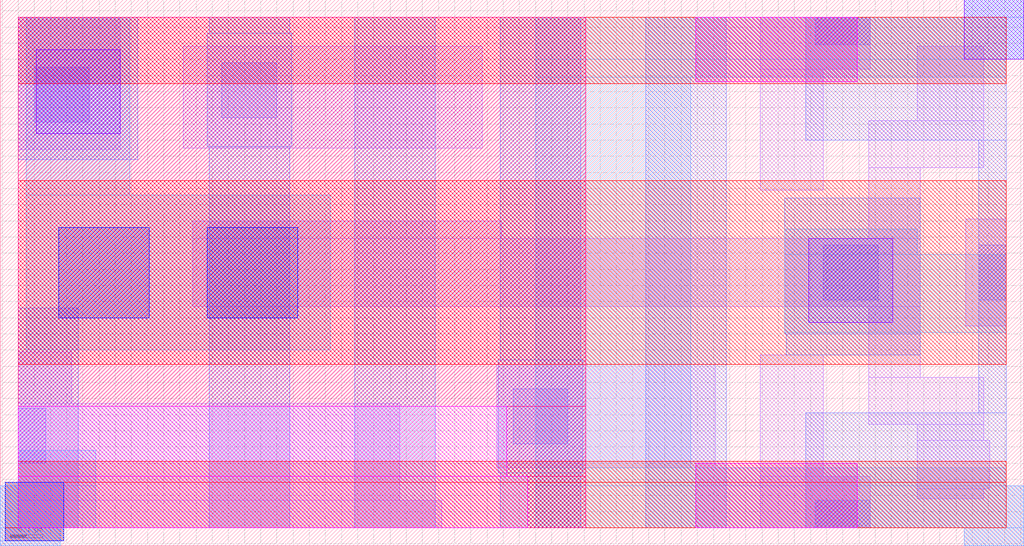
<source format=lef>
# Copyright 2020 The SkyWater PDK Authors
#
# Licensed under the Apache License, Version 2.0 (the "License");
# you may not use this file except in compliance with the License.
# You may obtain a copy of the License at
#
#     https://www.apache.org/licenses/LICENSE-2.0
#
# Unless required by applicable law or agreed to in writing, software
# distributed under the License is distributed on an "AS IS" BASIS,
# WITHOUT WARRANTIES OR CONDITIONS OF ANY KIND, either express or implied.
# See the License for the specific language governing permissions and
# limitations under the License.
#
# SPDX-License-Identifier: Apache-2.0

VERSION 5.7 ;
  NOWIREEXTENSIONATPIN ON ;
  DIVIDERCHAR "/" ;
  BUSBITCHARS "[]" ;
MACRO sky130_fd_bd_sram__sram_dp_swldrv_opt2d
  CLASS BLOCK ;
  FOREIGN sky130_fd_bd_sram__sram_dp_swldrv_opt2d ;
  ORIGIN  0.055000  0.055000 ;
  SIZE  3.165000 BY  1.690000 ;
  OBS
    LAYER li1 ;
      RECT 0.000000 0.000000 1.310000 0.085000 ;
      RECT 0.000000 0.085000 1.180000 0.385000 ;
      RECT 0.000000 0.385000 0.165000 0.545000 ;
      RECT 0.000000 1.170000 0.315000 1.580000 ;
      RECT 0.510000 1.175000 1.435000 1.490000 ;
      RECT 0.540000 0.685000 2.790000 0.895000 ;
      RECT 0.540000 0.895000 1.495000 0.950000 ;
      RECT 1.480000 0.185000 2.155000 0.505000 ;
      RECT 2.295000 0.000000 2.635000 0.160000 ;
      RECT 2.295000 0.160000 2.490000 0.535000 ;
      RECT 2.295000 1.045000 2.490000 1.420000 ;
      RECT 2.295000 1.420000 2.635000 1.580000 ;
      RECT 2.630000 0.320000 2.985000 0.465000 ;
      RECT 2.630000 0.465000 2.790000 0.685000 ;
      RECT 2.630000 0.895000 2.790000 1.115000 ;
      RECT 2.630000 1.115000 2.985000 1.260000 ;
      RECT 2.780000 0.090000 2.985000 0.120000 ;
      RECT 2.780000 0.120000 3.005000 0.270000 ;
      RECT 2.780000 0.270000 2.985000 0.320000 ;
      RECT 2.780000 1.260000 2.985000 1.490000 ;
      RECT 2.930000 0.625000 3.055000 0.955000 ;
    LAYER mcon ;
      RECT 0.000000 0.200000 0.085000 0.370000 ;
      RECT 0.050000 1.255000 0.220000 1.425000 ;
      RECT 0.630000 1.270000 0.800000 1.440000 ;
      RECT 1.530000 0.260000 1.700000 0.430000 ;
      RECT 2.465000 0.000000 2.635000 0.085000 ;
      RECT 2.465000 1.495000 2.635000 1.580000 ;
      RECT 2.490000 0.705000 2.660000 0.875000 ;
      RECT 2.970000 0.705000 3.055000 0.875000 ;
    LAYER met1 ;
      RECT -0.055000 -0.055000 0.130000 0.000000 ;
      RECT -0.055000  0.000000 0.185000 0.130000 ;
      RECT  0.000000  0.130000 0.185000 0.680000 ;
      RECT  0.000000  1.140000 0.370000 1.580000 ;
      RECT  0.585000  1.180000 0.845000 1.530000 ;
      RECT  0.590000  0.000000 0.840000 1.180000 ;
      RECT  0.590000  1.530000 0.840000 1.580000 ;
      RECT  1.040000  0.000000 1.290000 1.580000 ;
      RECT  1.485000  0.170000 1.745000 0.520000 ;
      RECT  1.490000  0.000000 1.740000 0.170000 ;
      RECT  1.490000  0.520000 1.740000 1.580000 ;
      RECT  1.940000  0.000000 2.190000 1.580000 ;
      RECT  2.370000  0.600000 2.790000 1.020000 ;
      RECT  2.375000  0.535000 2.790000 0.600000 ;
      RECT  2.435000  0.000000 3.110000 0.130000 ;
      RECT  2.435000  0.130000 3.055000 0.355000 ;
      RECT  2.435000  1.200000 3.055000 1.450000 ;
      RECT  2.435000  1.450000 3.110000 1.580000 ;
      RECT  2.925000 -0.055000 3.110000 0.000000 ;
      RECT  2.925000  1.580000 3.110000 1.635000 ;
      RECT  2.970000  0.355000 3.055000 1.200000 ;
    LAYER met2 ;
      RECT -0.055000 -0.055000 0.130000 -0.040000 ;
      RECT -0.055000 -0.040000 0.140000  0.000000 ;
      RECT -0.055000  0.000000 0.240000  0.130000 ;
      RECT -0.040000  0.130000 0.240000  0.140000 ;
      RECT  0.000000  0.140000 0.240000  0.240000 ;
      RECT  0.025000  0.550000 0.965000  1.030000 ;
      RECT  0.025000  1.030000 0.345000  1.580000 ;
      RECT  1.600000  0.000000 3.110000  0.130000 ;
      RECT  1.600000  0.130000 3.055000  0.185000 ;
      RECT  1.600000  0.185000 2.080000  1.395000 ;
      RECT  1.600000  1.395000 3.055000  1.450000 ;
      RECT  1.600000  1.450000 3.110000  1.580000 ;
      RECT  2.370000  0.605000 3.055000  0.845000 ;
      RECT  2.370000  0.845000 2.780000  0.925000 ;
      RECT  2.925000 -0.055000 3.110000  0.000000 ;
      RECT  2.925000  1.580000 3.110000  1.635000 ;
    LAYER met3 ;
      RECT -0.040000 -0.040000 0.140000 0.000000 ;
      RECT -0.040000  0.000000 3.055000 0.140000 ;
      RECT  0.000000  0.140000 3.055000 0.205000 ;
      RECT  0.000000  0.505000 3.055000 1.075000 ;
      RECT  0.000000  1.375000 3.055000 1.580000 ;
    LAYER nwell ;
      RECT 0.000000 0.375000 1.755000 1.580000 ;
    LAYER nwell ;
      RECT 1.510000 0.160000 1.755000 0.375000 ;
    LAYER nwell ;
      RECT 1.575000 0.000000 1.755000 0.160000 ;
    LAYER pwell ;
      RECT 0.000000 0.000000 1.575000 0.160000 ;
    LAYER pwell ;
      RECT 0.000000 0.160000 1.510000 0.375000 ;
      RECT 2.095000 1.380000 2.595000 1.580000 ;
    LAYER pwell ;
      RECT 2.095000 0.000000 2.595000 0.200000 ;
    LAYER via ;
      RECT 0.055000 1.220000 0.315000 1.480000 ;
      RECT 2.445000 0.635000 2.705000 0.895000 ;
      RECT 2.925000 1.450000 3.110000 1.635000 ;
    LAYER via2 ;
      RECT -0.040000 -0.040000 0.140000 0.140000 ;
      RECT  0.125000  0.650000 0.405000 0.930000 ;
      RECT  0.585000  0.650000 0.865000 0.930000 ;
  END
END sky130_fd_bd_sram__sram_dp_swldrv_opt2d
END LIBRARY

</source>
